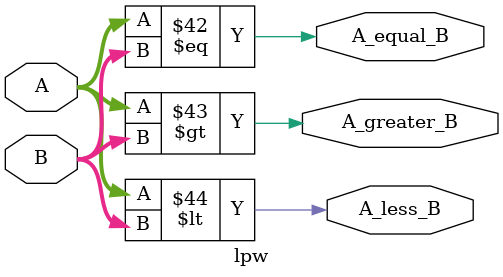
<source format=v>
module lpw(input[3:0]A, input[3:0]B,output A_less_B,A_greater_B,A_equal_B);
assign A_equal_B = A == B; 
assign A_greater_B = A > B;
assign A_less_B = A < B;
endmodule

module DUT;
reg[3:0]A;
reg[3:0]B;
wire A_less_B,A_greater_B,A_equal_B; 
lpw xyz(A,B,A_less_B,A_greater_B,A_equal_B);
initial begin
repeat(20)begin
#5 A = $random%15;
#5 B = $random%15;
end
end
endmodule
</source>
